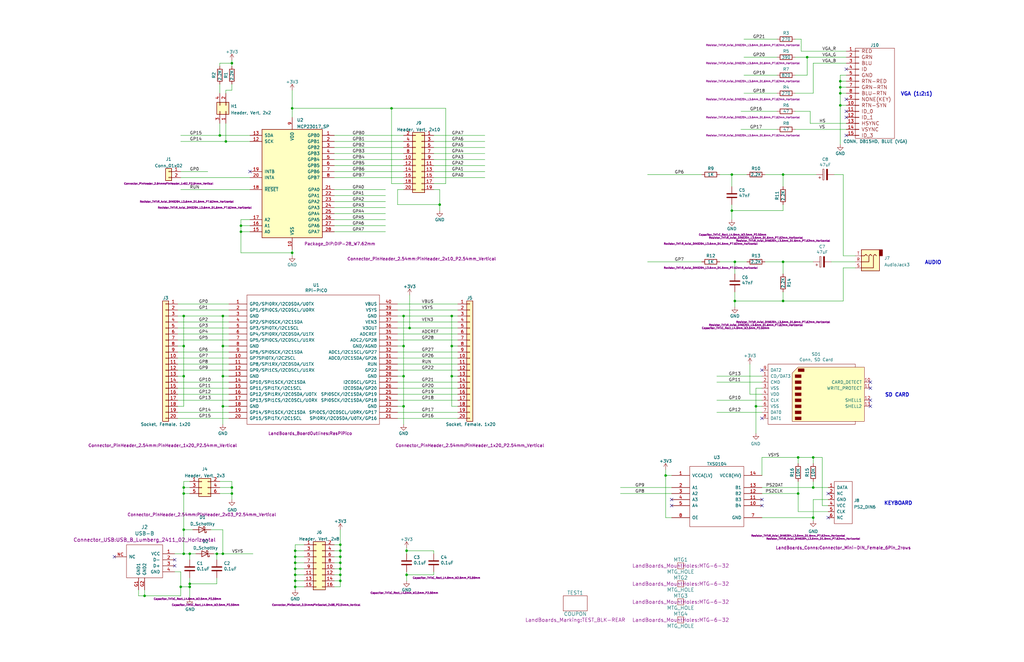
<source format=kicad_sch>
(kicad_sch (version 20211123) (generator eeschema)
  (paper "B")
  (title_block (title "PiPicoMite01") (date "2022-05-15") (rev "1") (company "land-boards.com"))
  (junction (at 124.46 242.57))
  (junction (at 77.47 158.75))
  (junction (at 80.01 246.38))
  (junction (at 143.51 229.87))
  (junction (at 308.61 73.66))
  (junction (at 336.55 193.04))
  (junction (at 143.51 237.49))
  (junction (at 123.19 106.68))
  (junction (at 309.88 110.49))
  (junction (at 93.98 158.75))
  (junction (at 80.01 233.68))
  (junction (at 93.98 133.35))
  (junction (at 76.2 247.65))
  (junction (at 101.6 95.25))
  (junction (at 124.46 237.49))
  (junction (at 190.5 146.05))
  (junction (at 124.46 247.65))
  (junction (at 280.67 200.66))
  (junction (at 97.79 26.67))
  (junction (at 354.33 36.83))
  (junction (at 93.98 233.68))
  (junction (at 318.77 171.45))
  (junction (at 143.51 245.11))
  (junction (at 124.46 232.41))
  (junction (at 93.98 171.45))
  (junction (at 190.5 158.75))
  (junction (at 170.18 133.35))
  (junction (at 309.88 127))
  (junction (at 77.47 223.52))
  (junction (at 172.72 138.43))
  (junction (at 101.6 97.79))
  (junction (at 77.47 146.05))
  (junction (at 77.47 133.35))
  (junction (at 143.51 232.41))
  (junction (at 170.18 171.45))
  (junction (at 91.44 233.68))
  (junction (at 354.33 44.45))
  (junction (at 354.33 39.37))
  (junction (at 330.2 110.49))
  (junction (at 185.42 86.36))
  (junction (at 95.25 59.69))
  (junction (at 342.9 193.04))
  (junction (at 124.46 245.11))
  (junction (at 143.51 234.95))
  (junction (at 123.19 45.72))
  (junction (at 97.79 205.74))
  (junction (at 330.2 73.66))
  (junction (at 190.5 133.35))
  (junction (at 93.98 146.05))
  (junction (at 124.46 234.95))
  (junction (at 60.96 251.46))
  (junction (at 77.47 233.68))
  (junction (at 342.9 218.44))
  (junction (at 171.45 232.41))
  (junction (at 308.61 88.9))
  (junction (at 342.9 205.74))
  (junction (at 143.51 240.03))
  (junction (at 77.47 205.74))
  (junction (at 97.79 208.28))
  (junction (at 143.51 242.57))
  (junction (at 80.01 247.65))
  (junction (at 77.47 208.28))
  (junction (at 170.18 146.05))
  (junction (at 92.71 57.15))
  (junction (at 330.2 127))
  (junction (at 354.33 34.29))
  (junction (at 165.1 45.72))
  (junction (at 171.45 242.57))
  (junction (at 340.36 24.13))
  (junction (at 170.18 158.75))
  (junction (at 336.55 208.28))
  (junction (at 124.46 240.03))
  (no_connect (at 73.66 238.76))
  (no_connect (at 73.66 236.22))
  (no_connect (at 48.26 234.95))
  (no_connect (at 321.31 156.21))
  (no_connect (at 367.03 163.83))
  (no_connect (at 367.03 161.29))
  (no_connect (at 321.31 176.53))
  (no_connect (at 283.21 213.36))
  (no_connect (at 283.21 210.82))
  (no_connect (at 321.31 210.82))
  (no_connect (at 321.31 213.36))
  (no_connect (at 349.25 218.44))
  (no_connect (at 349.25 208.28))
  (no_connect (at 105.41 72.39))
  (no_connect (at 367.03 171.45))
  (no_connect (at 367.03 168.91))
  (no_connect (at 356.87 49.53))
  (no_connect (at 356.87 57.15))
  (no_connect (at 356.87 41.91))
  (no_connect (at 356.87 29.21))
  (no_connect (at 356.87 46.99))
  (wire (pts (xy 77.47 203.2) (xy 80.01 203.2)))
  (wire (pts (xy 77.47 223.52) (xy 77.47 208.28)))
  (wire (pts (xy 96.52 138.43) (xy 74.93 138.43)))
  (wire (pts (xy 96.52 158.75) (xy 93.98 158.75)))
  (wire (pts (xy 93.98 146.05) (xy 93.98 133.35)))
  (wire (pts (xy 91.44 236.22) (xy 91.44 233.68)))
  (wire (pts (xy 93.98 133.35) (xy 96.52 133.35)))
  (wire (pts (xy 92.71 57.15) (xy 105.41 57.15)))
  (wire (pts (xy 318.77 163.83) (xy 318.77 171.45)))
  (wire (pts (xy 140.97 247.65) (xy 143.51 247.65)))
  (wire (pts (xy 327.66 31.75) (xy 313.69 31.75)))
  (wire (pts (xy 193.04 153.67) (xy 167.64 153.67)))
  (wire (pts (xy 346.71 213.36) (xy 346.71 193.04)))
  (wire (pts (xy 165.1 77.47) (xy 170.18 77.47)))
  (wire (pts (xy 124.46 237.49) (xy 124.46 234.95)))
  (wire (pts (xy 330.2 110.49) (xy 330.2 115.57)))
  (wire (pts (xy 336.55 208.28) (xy 336.55 203.2)))
  (wire (pts (xy 96.52 143.51) (xy 74.93 143.51)))
  (wire (pts (xy 77.47 205.74) (xy 77.47 203.2)))
  (wire (pts (xy 261.62 208.28) (xy 283.21 208.28)))
  (wire (pts (xy 140.97 74.93) (xy 170.18 74.93)))
  (wire (pts (xy 316.23 153.67) (xy 316.23 166.37)))
  (wire (pts (xy 91.44 246.38) (xy 91.44 243.84)))
  (wire (pts (xy 356.87 54.61) (xy 335.28 54.61)))
  (wire (pts (xy 97.79 35.56) (xy 97.79 38.1)))
  (wire (pts (xy 185.42 86.36) (xy 185.42 88.9)))
  (wire (pts (xy 351.79 73.66) (xy 355.6 73.66)))
  (wire (pts (xy 182.88 72.39) (xy 204.47 72.39)))
  (wire (pts (xy 124.46 245.11) (xy 128.27 245.11)))
  (wire (pts (xy 167.64 171.45) (xy 170.18 171.45)))
  (wire (pts (xy 97.79 26.67) (xy 97.79 27.94)))
  (wire (pts (xy 349.25 205.74) (xy 342.9 205.74)))
  (wire (pts (xy 92.71 35.56) (xy 92.71 39.37)))
  (wire (pts (xy 124.46 240.03) (xy 128.27 240.03)))
  (wire (pts (xy 185.42 80.01) (xy 182.88 80.01)))
  (wire (pts (xy 349.25 213.36) (xy 346.71 213.36)))
  (wire (pts (xy 124.46 232.41) (xy 128.27 232.41)))
  (wire (pts (xy 171.45 231.14) (xy 171.45 232.41)))
  (wire (pts (xy 190.5 146.05) (xy 190.5 158.75)))
  (wire (pts (xy 193.04 163.83) (xy 167.64 163.83)))
  (wire (pts (xy 355.6 107.95) (xy 355.6 73.66)))
  (wire (pts (xy 354.33 34.29) (xy 354.33 36.83)))
  (wire (pts (xy 97.79 205.74) (xy 97.79 208.28)))
  (wire (pts (xy 101.6 106.68) (xy 101.6 97.79)))
  (wire (pts (xy 92.71 203.2) (xy 97.79 203.2)))
  (wire (pts (xy 171.45 232.41) (xy 182.88 232.41)))
  (wire (pts (xy 76.2 72.39) (xy 87.63 72.39)))
  (wire (pts (xy 97.79 208.28) (xy 97.79 210.82)))
  (wire (pts (xy 140.97 92.71) (xy 162.56 92.71)))
  (wire (pts (xy 124.46 240.03) (xy 124.46 237.49)))
  (wire (pts (xy 193.04 166.37) (xy 167.64 166.37)))
  (wire (pts (xy 167.64 140.97) (xy 193.04 140.97)))
  (wire (pts (xy 92.71 26.67) (xy 97.79 26.67)))
  (wire (pts (xy 60.96 251.46) (xy 76.2 251.46)))
  (wire (pts (xy 330.2 123.19) (xy 330.2 127)))
  (wire (pts (xy 96.52 130.81) (xy 74.93 130.81)))
  (wire (pts (xy 321.31 171.45) (xy 318.77 171.45)))
  (wire (pts (xy 167.64 158.75) (xy 170.18 158.75)))
  (wire (pts (xy 95.25 38.1) (xy 97.79 38.1)))
  (wire (pts (xy 96.52 176.53) (xy 74.93 176.53)))
  (wire (pts (xy 92.71 52.07) (xy 92.71 57.15)))
  (wire (pts (xy 77.47 146.05) (xy 77.47 158.75)))
  (wire (pts (xy 140.97 234.95) (xy 143.51 234.95)))
  (wire (pts (xy 77.47 146.05) (xy 74.93 146.05)))
  (wire (pts (xy 182.88 64.77) (xy 204.47 64.77)))
  (wire (pts (xy 360.68 113.03) (xy 355.6 113.03)))
  (wire (pts (xy 330.2 110.49) (xy 342.9 110.49)))
  (wire (pts (xy 140.97 85.09) (xy 162.56 85.09)))
  (wire (pts (xy 96.52 151.13) (xy 74.93 151.13)))
  (wire (pts (xy 321.31 218.44) (xy 342.9 218.44)))
  (wire (pts (xy 143.51 234.95) (xy 143.51 237.49)))
  (wire (pts (xy 354.33 36.83) (xy 354.33 39.37)))
  (wire (pts (xy 77.47 233.68) (xy 80.01 233.68)))
  (wire (pts (xy 140.97 67.31) (xy 170.18 67.31)))
  (wire (pts (xy 167.64 80.01) (xy 170.18 80.01)))
  (wire (pts (xy 190.5 158.75) (xy 190.5 171.45)))
  (wire (pts (xy 96.52 156.21) (xy 74.93 156.21)))
  (wire (pts (xy 143.51 229.87) (xy 143.51 232.41)))
  (wire (pts (xy 337.82 16.51) (xy 337.82 21.59)))
  (wire (pts (xy 80.01 246.38) (xy 91.44 246.38)))
  (wire (pts (xy 93.98 179.07) (xy 93.98 171.45)))
  (wire (pts (xy 280.67 200.66) (xy 280.67 198.12)))
  (wire (pts (xy 77.47 133.35) (xy 93.98 133.35)))
  (wire (pts (xy 124.46 237.49) (xy 128.27 237.49)))
  (wire (pts (xy 190.5 133.35) (xy 193.04 133.35)))
  (wire (pts (xy 124.46 234.95) (xy 124.46 232.41)))
  (wire (pts (xy 95.25 39.37) (xy 95.25 38.1)))
  (wire (pts (xy 76.2 74.93) (xy 105.41 74.93)))
  (wire (pts (xy 76.2 247.65) (xy 80.01 247.65)))
  (wire (pts (xy 58.42 251.46) (xy 60.96 251.46)))
  (wire (pts (xy 73.66 233.68) (xy 77.47 233.68)))
  (wire (pts (xy 60.96 251.46) (xy 60.96 248.92)))
  (wire (pts (xy 170.18 133.35) (xy 190.5 133.35)))
  (wire (pts (xy 96.52 171.45) (xy 93.98 171.45)))
  (wire (pts (xy 321.31 208.28) (xy 336.55 208.28)))
  (wire (pts (xy 73.66 241.3) (xy 76.2 241.3)))
  (wire (pts (xy 321.31 163.83) (xy 318.77 163.83)))
  (wire (pts (xy 128.27 242.57) (xy 124.46 242.57)))
  (wire (pts (xy 312.42 54.61) (xy 327.66 54.61)))
  (wire (pts (xy 273.05 110.49) (xy 295.91 110.49)))
  (wire (pts (xy 308.61 88.9) (xy 330.2 88.9)))
  (wire (pts (xy 92.71 205.74) (xy 97.79 205.74)))
  (wire (pts (xy 140.97 87.63) (xy 162.56 87.63)))
  (wire (pts (xy 302.26 168.91) (xy 321.31 168.91)))
  (wire (pts (xy 76.2 57.15) (xy 92.71 57.15)))
  (wire (pts (xy 330.2 73.66) (xy 330.2 78.74)))
  (wire (pts (xy 172.72 138.43) (xy 193.04 138.43)))
  (wire (pts (xy 101.6 97.79) (xy 105.41 97.79)))
  (wire (pts (xy 96.52 166.37) (xy 74.93 166.37)))
  (wire (pts (xy 354.33 31.75) (xy 354.33 34.29)))
  (wire (pts (xy 330.2 127) (xy 355.6 127)))
  (wire (pts (xy 80.01 233.68) (xy 82.55 233.68)))
  (wire (pts (xy 273.05 73.66) (xy 295.91 73.66)))
  (wire (pts (xy 91.44 233.68) (xy 93.98 233.68)))
  (wire (pts (xy 354.33 36.83) (xy 356.87 36.83)))
  (wire (pts (xy 96.52 153.67) (xy 74.93 153.67)))
  (wire (pts (xy 354.33 44.45) (xy 356.87 44.45)))
  (wire (pts (xy 96.52 128.27) (xy 74.93 128.27)))
  (wire (pts (xy 93.98 233.68) (xy 106.68 233.68)))
  (wire (pts (xy 93.98 223.52) (xy 88.9 223.52)))
  (wire (pts (xy 356.87 31.75) (xy 354.33 31.75)))
  (wire (pts (xy 165.1 45.72) (xy 187.96 45.72)))
  (wire (pts (xy 193.04 173.99) (xy 167.64 173.99)))
  (wire (pts (xy 335.28 31.75) (xy 340.36 31.75)))
  (wire (pts (xy 123.19 38.1) (xy 123.19 45.72)))
  (wire (pts (xy 101.6 92.71) (xy 105.41 92.71)))
  (wire (pts (xy 140.97 59.69) (xy 170.18 59.69)))
  (wire (pts (xy 172.72 138.43) (xy 172.72 124.46)))
  (wire (pts (xy 140.97 240.03) (xy 143.51 240.03)))
  (wire (pts (xy 280.67 200.66) (xy 280.67 218.44)))
  (wire (pts (xy 322.58 110.49) (xy 330.2 110.49)))
  (wire (pts (xy 190.5 171.45) (xy 193.04 171.45)))
  (wire (pts (xy 95.25 59.69) (xy 105.41 59.69)))
  (wire (pts (xy 140.97 242.57) (xy 143.51 242.57)))
  (wire (pts (xy 170.18 158.75) (xy 170.18 146.05)))
  (wire (pts (xy 124.46 245.11) (xy 124.46 247.65)))
  (wire (pts (xy 76.2 80.01) (xy 105.41 80.01)))
  (wire (pts (xy 167.64 86.36) (xy 185.42 86.36)))
  (wire (pts (xy 140.97 245.11) (xy 143.51 245.11)))
  (wire (pts (xy 77.47 223.52) (xy 81.28 223.52)))
  (wire (pts (xy 280.67 218.44) (xy 283.21 218.44)))
  (wire (pts (xy 76.2 251.46) (xy 76.2 247.65)))
  (wire (pts (xy 140.97 72.39) (xy 170.18 72.39)))
  (wire (pts (xy 171.45 241.3) (xy 171.45 242.57)))
  (wire (pts (xy 309.88 115.57) (xy 309.88 110.49)))
  (wire (pts (xy 342.9 218.44) (xy 342.9 219.71)))
  (wire (pts (xy 330.2 88.9) (xy 330.2 86.36)))
  (wire (pts (xy 193.04 176.53) (xy 167.64 176.53)))
  (wire (pts (xy 182.88 233.68) (xy 182.88 232.41)))
  (wire (pts (xy 96.52 161.29) (xy 74.93 161.29)))
  (wire (pts (xy 143.51 242.57) (xy 143.51 245.11)))
  (wire (pts (xy 355.6 113.03) (xy 355.6 127)))
  (wire (pts (xy 321.31 193.04) (xy 336.55 193.04)))
  (wire (pts (xy 356.87 52.07) (xy 341.63 52.07)))
  (wire (pts (xy 336.55 193.04) (xy 336.55 195.58)))
  (wire (pts (xy 342.9 193.04) (xy 336.55 193.04)))
  (wire (pts (xy 308.61 88.9) (xy 308.61 92.71)))
  (wire (pts (xy 128.27 247.65) (xy 124.46 247.65)))
  (wire (pts (xy 193.04 148.59) (xy 167.64 148.59)))
  (wire (pts (xy 123.19 45.72) (xy 165.1 45.72)))
  (wire (pts (xy 80.01 243.84) (xy 80.01 246.38)))
  (wire (pts (xy 124.46 234.95) (xy 128.27 234.95)))
  (wire (pts (xy 123.19 45.72) (xy 123.19 49.53)))
  (wire (pts (xy 143.51 245.11) (xy 143.51 247.65)))
  (wire (pts (xy 96.52 135.89) (xy 74.93 135.89)))
  (wire (pts (xy 140.97 237.49) (xy 143.51 237.49)))
  (wire (pts (xy 182.88 59.69) (xy 204.47 59.69)))
  (wire (pts (xy 309.88 127) (xy 309.88 129.54)))
  (wire (pts (xy 170.18 171.45) (xy 170.18 158.75)))
  (wire (pts (xy 143.51 223.52) (xy 143.51 229.87)))
  (wire (pts (xy 327.66 46.99) (xy 312.42 46.99)))
  (wire (pts (xy 302.26 173.99) (xy 321.31 173.99)))
  (wire (pts (xy 143.51 237.49) (xy 143.51 240.03)))
  (wire (pts (xy 354.33 39.37) (xy 354.33 44.45)))
  (wire (pts (xy 316.23 166.37) (xy 321.31 166.37)))
  (wire (pts (xy 167.64 128.27) (xy 193.04 128.27)))
  (wire (pts (xy 356.87 24.13) (xy 340.36 24.13)))
  (wire (pts (xy 170.18 146.05) (xy 170.18 133.35)))
  (wire (pts (xy 171.45 232.41) (xy 171.45 233.68)))
  (wire (pts (xy 318.77 171.45) (xy 318.77 182.88)))
  (wire (pts (xy 167.64 130.81) (xy 193.04 130.81)))
  (wire (pts (xy 342.9 210.82) (xy 342.9 218.44)))
  (wire (pts (xy 123.19 106.68) (xy 123.19 107.95)))
  (wire (pts (xy 193.04 143.51) (xy 167.64 143.51)))
  (wire (pts (xy 171.45 242.57) (xy 171.45 245.11)))
  (wire (pts (xy 302.26 158.75) (xy 321.31 158.75)))
  (wire (pts (xy 123.19 106.68) (xy 101.6 106.68)))
  (wire (pts (xy 193.04 156.21) (xy 167.64 156.21)))
  (wire (pts (xy 193.04 168.91) (xy 167.64 168.91)))
  (wire (pts (xy 303.53 110.49) (xy 309.88 110.49)))
  (wire (pts (xy 140.97 232.41) (xy 143.51 232.41)))
  (wire (pts (xy 336.55 215.9) (xy 336.55 208.28)))
  (wire (pts (xy 321.31 205.74) (xy 342.9 205.74)))
  (wire (pts (xy 354.33 44.45) (xy 354.33 60.96)))
  (wire (pts (xy 74.93 133.35) (xy 77.47 133.35)))
  (wire (pts (xy 140.97 80.01) (xy 162.56 80.01)))
  (wire (pts (xy 309.88 127) (xy 330.2 127)))
  (wire (pts (xy 346.71 193.04) (xy 342.9 193.04)))
  (wire (pts (xy 167.64 135.89) (xy 193.04 135.89)))
  (wire (pts (xy 303.53 73.66) (xy 308.61 73.66)))
  (wire (pts (xy 140.97 69.85) (xy 170.18 69.85)))
  (wire (pts (xy 124.46 242.57) (xy 124.46 245.11)))
  (wire (pts (xy 335.28 24.13) (xy 340.36 24.13)))
  (wire (pts (xy 77.47 158.75) (xy 74.93 158.75)))
  (wire (pts (xy 123.19 105.41) (xy 123.19 106.68)))
  (wire (pts (xy 96.52 140.97) (xy 74.93 140.97)))
  (wire (pts (xy 77.47 208.28) (xy 80.01 208.28)))
  (wire (pts (xy 167.64 146.05) (xy 170.18 146.05)))
  (wire (pts (xy 185.42 86.36) (xy 185.42 80.01)))
  (wire (pts (xy 101.6 95.25) (xy 101.6 92.71)))
  (wire (pts (xy 92.71 27.94) (xy 92.71 26.67)))
  (wire (pts (xy 93.98 158.75) (xy 93.98 146.05)))
  (wire (pts (xy 96.52 163.83) (xy 74.93 163.83)))
  (wire (pts (xy 167.64 138.43) (xy 172.72 138.43)))
  (wire (pts (xy 170.18 133.35) (xy 167.64 133.35)))
  (wire (pts (xy 342.9 193.04) (xy 342.9 195.58)))
  (wire (pts (xy 140.97 57.15) (xy 170.18 57.15)))
  (wire (pts (xy 308.61 78.74) (xy 308.61 73.66)))
  (wire (pts (xy 96.52 148.59) (xy 74.93 148.59)))
  (wire (pts (xy 308.61 73.66) (xy 314.96 73.66)))
  (wire (pts (xy 140.97 64.77) (xy 170.18 64.77)))
  (wire (pts (xy 283.21 200.66) (xy 280.67 200.66)))
  (wire (pts (xy 140.97 82.55) (xy 162.56 82.55)))
  (wire (pts (xy 360.68 107.95) (xy 355.6 107.95)))
  (wire (pts (xy 342.9 39.37) (xy 335.28 39.37)))
  (wire (pts (xy 76.2 241.3) (xy 76.2 247.65)))
  (wire (pts (xy 182.88 69.85) (xy 204.47 69.85)))
  (wire (pts (xy 342.9 26.67) (xy 342.9 39.37)))
  (wire (pts (xy 327.66 39.37) (xy 313.69 39.37)))
  (wire (pts (xy 327.66 16.51) (xy 313.69 16.51)))
  (wire (pts (xy 308.61 86.36) (xy 308.61 88.9)))
  (wire (pts (xy 76.2 59.69) (xy 95.25 59.69)))
  (wire (pts (xy 124.46 229.87) (xy 128.27 229.87)))
  (wire (pts (xy 337.82 21.59) (xy 356.87 21.59)))
  (wire (pts (xy 341.63 46.99) (xy 341.63 52.07)))
  (wire (pts (xy 96.52 146.05) (xy 93.98 146.05)))
  (wire (pts (xy 124.46 232.41) (xy 124.46 229.87)))
  (wire (pts (xy 143.51 240.03) (xy 143.51 242.57)))
  (wire (pts (xy 96.52 168.91) (xy 74.93 168.91)))
  (wire (pts (xy 182.88 241.3) (xy 182.88 242.57)))
  (wire (pts (xy 167.64 86.36) (xy 167.64 80.01)))
  (wire (pts (xy 124.46 247.65) (xy 124.46 248.92)))
  (wire (pts (xy 101.6 95.25) (xy 105.41 95.25)))
  (wire (pts (xy 190.5 158.75) (xy 193.04 158.75)))
  (wire (pts (xy 335.28 46.99) (xy 341.63 46.99)))
  (wire (pts (xy 101.6 97.79) (xy 101.6 95.25)))
  (wire (pts (xy 187.96 45.72) (xy 187.96 77.47)))
  (wire (pts (xy 350.52 110.49) (xy 360.68 110.49)))
  (wire (pts (xy 354.33 34.29) (xy 356.87 34.29)))
  (wire (pts (xy 309.88 110.49) (xy 314.96 110.49)))
  (wire (pts (xy 77.47 171.45) (xy 74.93 171.45)))
  (wire (pts (xy 90.17 233.68) (xy 91.44 233.68)))
  (wire (pts (xy 95.25 52.07) (xy 95.25 59.69)))
  (wire (pts (xy 193.04 161.29) (xy 167.64 161.29)))
  (wire (pts (xy 187.96 77.47) (xy 182.88 77.47)))
  (wire (pts (xy 309.88 123.19) (xy 309.88 127)))
  (wire (pts (xy 77.47 208.28) (xy 77.47 205.74)))
  (wire (pts (xy 170.18 179.07) (xy 170.18 171.45)))
  (wire (pts (xy 356.87 26.67) (xy 342.9 26.67)))
  (wire (pts (xy 327.66 24.13) (xy 313.69 24.13)))
  (wire (pts (xy 322.58 73.66) (xy 330.2 73.66)))
  (wire (pts (xy 261.62 205.74) (xy 283.21 205.74)))
  (wire (pts (xy 182.88 74.93) (xy 204.47 74.93)))
  (wire (pts (xy 349.25 215.9) (xy 336.55 215.9)))
  (wire (pts (xy 143.51 232.41) (xy 143.51 234.95)))
  (wire (pts (xy 80.01 246.38) (xy 80.01 247.65)))
  (wire (pts (xy 140.97 95.25) (xy 162.56 95.25)))
  (wire (pts (xy 58.42 248.92) (xy 58.42 251.46)))
  (wire (pts (xy 97.79 25.4) (xy 97.79 26.67)))
  (wire (pts (xy 77.47 205.74) (xy 80.01 205.74)))
  (wire (pts (xy 302.26 161.29) (xy 321.31 161.29)))
  (wire (pts (xy 182.88 57.15) (xy 204.47 57.15)))
  (wire (pts (xy 80.01 247.65) (xy 80.01 252.73)))
  (wire (pts (xy 140.97 90.17) (xy 162.56 90.17)))
  (wire (pts (xy 80.01 233.68) (xy 80.01 236.22)))
  (wire (pts (xy 349.25 210.82) (xy 342.9 210.82)))
  (wire (pts (xy 171.45 242.57) (xy 182.88 242.57)))
  (wire (pts (xy 93.98 171.45) (xy 93.98 158.75)))
  (wire (pts (xy 321.31 193.04) (xy 321.31 200.66)))
  (wire (pts (xy 190.5 146.05) (xy 193.04 146.05)))
  (wire (pts (xy 193.04 151.13) (xy 167.64 151.13)))
  (wire (pts (xy 77.47 158.75) (xy 77.47 171.45)))
  (wire (pts (xy 335.28 16.51) (xy 337.82 16.51)))
  (wire (pts (xy 182.88 67.31) (xy 204.47 67.31)))
  (wire (pts (xy 340.36 31.75) (xy 340.36 24.13)))
  (wire (pts (xy 77.47 233.68) (xy 77.47 223.52)))
  (wire (pts (xy 96.52 173.99) (xy 74.93 173.99)))
  (wire (pts (xy 330.2 73.66) (xy 344.17 73.66)))
  (wire (pts (xy 354.33 39.37) (xy 356.87 39.37)))
  (wire (pts (xy 97.79 203.2) (xy 97.79 205.74)))
  (wire (pts (xy 92.71 208.28) (xy 97.79 208.28)))
  (wire (pts (xy 190.5 133.35) (xy 190.5 146.05)))
  (wire (pts (xy 77.47 133.35) (xy 77.47 146.05)))
  (wire (pts (xy 93.98 233.68) (xy 93.98 223.52)))
  (wire (pts (xy 140.97 229.87) (xy 143.51 229.87)))
  (wire (pts (xy 140.97 97.79) (xy 162.56 97.79)))
  (wire (pts (xy 165.1 45.72) (xy 165.1 77.47)))
  (wire (pts (xy 342.9 205.74) (xy 342.9 203.2)))
  (wire (pts (xy 140.97 62.23) (xy 170.18 62.23)))
  (wire (pts (xy 182.88 62.23) (xy 204.47 62.23)))
  (wire (pts (xy 124.46 240.03) (xy 124.46 242.57)))
  (text "KEYBOARD" (at 384.81 213.36 180) (effects (font (size 1.524 1.524) (thickness 0.3048) bold) (justify right bottom)))
  (text "AUDIO" (at 389.89 111.76 0) (effects (font (size 1.524 1.524) (thickness 0.3048) bold) (justify left bottom)))
  (text "VGA (1:2:1)" (at 379.73 40.64 0) (effects (font (size 1.524 1.524) (thickness 0.3048) bold) (justify left bottom)))
  (text "SD CARD" (at 383.54 167.64 180) (effects (font (size 1.524 1.524) (thickness 0.3048) bold) (justify right bottom)))
  (label "GP18" (at 177.8 168.91 0))
  (label "GPA6" (at 148.59 95.25 0))
  (label "GP4" (at 83.82 140.97 0))
  (label "RUN" (at 177.8 153.67 0))
  (label "GPB2" (at 148.59 62.23 0))
  (label "GP0" (at 83.82 128.27 0))
  (label "GP10" (at 83.82 161.29 0))
  (label "GP7" (at 83.82 151.13 0))
  (label "GP19" (at 317.5 31.75 0))
  (label "GP27" (at 177.8 148.59 0))
  (label "GP3" (at 83.82 138.43 0))
  (label "GPB3" (at 148.59 64.77 0))
  (label "GPA2" (at 148.59 85.09 0))
  (label "GPB6" (at 148.59 72.39 0))
  (label "GP0" (at 80.01 72.39 0))
  (label "GPA0" (at 148.59 80.01 0))
  (label "VSYS" (at 97.79 233.68 0))
  (label "GPA7" (at 190.5 57.15 0))
  (label "VBUS" (at 177.8 128.27 0))
  (label "GPA6" (at 190.5 59.69 0))
  (label "GPB1" (at 148.59 59.69 0))
  (label "GP20" (at 177.8 163.83 0))
  (label "GP14" (at 80.01 59.69 0))
  (label "GP6" (at 284.48 73.66 0))
  (label "VSYS" (at 323.85 193.04 0))
  (label "VGA_G" (at 346.71 24.13 0))
  (label "GP13" (at 312.42 158.75 180))
  (label "GP16" (at 177.8 176.53 0))
  (label "GP18" (at 317.5 39.37 0))
  (label "GP2" (at 83.82 135.89 0))
  (label "GPA5" (at 148.59 92.71 0))
  (label "GP15" (at 83.82 176.53 0))
  (label "GP17" (at 316.23 54.61 0))
  (label "GP12" (at 312.42 173.99 180))
  (label "PS2CLK" (at 330.2 208.28 180))
  (label "VGA_R" (at 346.71 21.59 0))
  (label "ADCREF" (at 177.8 140.97 0))
  (label "GPA7" (at 148.59 97.79 0))
  (label "GP1" (at 83.82 130.81 0))
  (label "GPA4" (at 190.5 64.77 0))
  (label "GPA1" (at 148.59 82.55 0))
  (label "RUN" (at 80.01 80.01 0))
  (label "GP17" (at 177.8 173.99 0))
  (label "GPA4" (at 148.59 90.17 0))
  (label "GP7" (at 284.48 110.49 0))
  (label "GP19" (at 177.8 166.37 0))
  (label "GPA3" (at 190.5 67.31 0))
  (label "GPA5" (at 190.5 62.23 0))
  (label "GP20" (at 317.5 24.13 0))
  (label "GPA2" (at 190.5 69.85 0))
  (label "GP12" (at 83.82 166.37 0))
  (label "GP28" (at 177.8 143.51 0))
  (label "GPB7" (at 148.59 74.93 0))
  (label "GP5" (at 83.82 143.51 0))
  (label "GP9" (at 271.78 205.74 180))
  (label "GPB5" (at 148.59 69.85 0))
  (label "GP21" (at 177.8 161.29 0))
  (label "GP11" (at 83.82 163.83 0))
  (label "GPA1" (at 190.5 72.39 0))
  (label "GPB0" (at 148.59 57.15 0))
  (label "GPA0" (at 190.5 74.93 0))
  (label "GPB4" (at 148.59 67.31 0))
  (label "GP10" (at 312.42 168.91 180))
  (label "GP16" (at 316.23 46.99 0))
  (label "GP14" (at 83.82 173.99 0))
  (label "PS2DAT" (at 330.2 205.74 180))
  (label "GP8" (at 83.82 153.67 0))
  (label "GP11" (at 312.42 161.29 180))
  (label "GP21" (at 317.5 16.51 0))
  (label "GP13" (at 83.82 168.91 0))
  (label "GP9" (at 83.82 156.21 0))
  (label "GP15" (at 80.01 57.15 0))
  (label "GPA3" (at 148.59 87.63 0))
  (label "VGA_B" (at 346.71 26.67 0))
  (label "GP6" (at 83.82 148.59 0))
  (label "VSYS" (at 177.8 130.81 0))
  (label "GP8" (at 271.78 208.28 180))
  (label "HS" (at 345.44 52.07 0))
  (label "VEN3" (at 177.8 135.89 0))
  (label "GP22" (at 177.8 156.21 0))
  (label "GP26" (at 177.8 151.13 0))
  (label "VS" (at 345.44 54.61 0))
  (symbol (lib_id "LandBoards:MTG_HOLE") (at 287.02 254 0) (unit 1)
    (property "Reference" "MTG3" (at 287.02 251.46 0) (effects (font (size 1.524 1.524))))
    (property "Value" "MTG_HOLE" (at 287.02 256.54 0) (effects (font (size 1.524 1.524))))
    (property "Footprint" "LandBoards_MountHoles:MTG-6-32" (at 287.02 254 0) (effects (font (size 1.524 1.524))))
  )
  (symbol (lib_id "LandBoards:MTG_HOLE") (at 287.02 246.38 0) (unit 1)
    (property "Reference" "MTG2" (at 287.02 243.84 0) (effects (font (size 1.524 1.524))))
    (property "Value" "MTG_HOLE" (at 287.02 248.92 0) (effects (font (size 1.524 1.524))))
    (property "Footprint" "LandBoards_MountHoles:MTG-6-32" (at 287.02 246.38 0) (effects (font (size 1.524 1.524))))
  )
  (symbol (lib_id "LandBoards:MTG_HOLE") (at 287.02 261.62 0) (unit 1)
    (property "Reference" "MTG4" (at 287.02 259.08 0) (effects (font (size 1.524 1.524))))
    (property "Value" "MTG_HOLE" (at 287.02 264.16 0) (effects (font (size 1.524 1.524))))
    (property "Footprint" "LandBoards_MountHoles:MTG-6-32" (at 287.02 261.62 0) (effects (font (size 1.524 1.524))))
  )
  (symbol (lib_id "LandBoards:MTG_HOLE") (at 287.02 238.76 0) (unit 1)
    (property "Reference" "MTG1" (at 287.02 236.22 0) (effects (font (size 1.524 1.524))))
    (property "Value" "MTG_HOLE" (at 287.02 241.3 0) (effects (font (size 1.524 1.524))))
    (property "Footprint" "LandBoards_MountHoles:MTG-6-32" (at 287.02 238.76 0) (effects (font (size 1.524 1.524))))
  )
  (symbol (lib_id "LandBoards:COUPON") (at 242.57 257.81 0) (unit 1)
    (property "Reference" "TEST1" (at 242.57 250.19 0) (effects (font (size 1.524 1.524))))
    (property "Value" "COUPON" (at 242.57 259.08 0) (effects (font (size 1.524 1.524))))
    (property "Footprint" "LandBoards_Marking:TEST_BLK-REAR" (at 242.57 261.62 0) (effects (font (size 1.524 1.524))))
  )
  (symbol (lib_id "power:GND") (at 93.98 179.07 0) (unit 1)
    (property "Reference" "#PWR04" (effects hide))
    (property "Value" "GND" (at 93.98 182.88 0))
  )
  (symbol (lib_id "power:GND") (at 124.46 248.92 0) (unit 1)
    (property "Reference" "#PWR012" (effects hide))
    (property "Value" "GND" (at 124.46 252.73 0))
  )
  (symbol (lib_id "power:+3.3V") (at 143.51 223.52 0) (unit 1)
    (property "Reference" "#PWR015" (effects hide))
    (property "Value" "+3.3V" (at 143.51 219.964 0))
  )
  (symbol (lib_id "Device:C") (at 171.45 237.49 0) (unit 1)
    (property "Reference" "C3" (at 174.371 235.1786 0) (effects (justify left)))
    (property "Value" "0.1uF" (at 174.371 237.49 0) (effects (justify left)))
    (property "Footprint" "Capacitor_THT:C_Rect_L4.0mm_W2.5mm_P2.50mm" (at 156.21 250.19 0) (effects (font (size 0.762 0.762)) (justify left)))
  )
  (symbol (lib_id "Device:C") (at 182.88 237.49 0) (unit 1)
    (property "Reference" "C4" (at 185.801 235.1786 0) (effects (justify left)))
    (property "Value" "0.1uF" (at 185.801 237.49 0) (effects (justify left)))
    (property "Footprint" "Capacitor_THT:C_Rect_L4.0mm_W2.5mm_P2.50mm" (at 173.99 243.84 0) (effects (font (size 0.762 0.762)) (justify left)))
  )
  (symbol (lib_id "power:GND") (at 170.18 179.07 0) (unit 1)
    (property "Reference" "#PWR09" (effects hide))
    (property "Value" "GND" (at 170.18 182.88 0))
  )
  (symbol (lib_id "power:GND") (at 171.45 245.11 0) (unit 1)
    (property "Reference" "#PWR07" (effects hide))
    (property "Value" "GND" (at 171.45 248.92 0))
  )
  (symbol (lib_id "power:+3.3V") (at 171.45 231.14 0) (unit 1)
    (property "Reference" "#PWR06" (effects hide))
    (property "Value" "+3.3V" (at 171.45 227.584 0))
  )
  (symbol (lib_id "LandBoards_Conns:VGA") (at 368.3 39.37 0) (unit 1)
    (property "Reference" "J10" (at 367.03 19.05 0) (effects (justify left)))
    (property "Value" "CONN, DB15HD, BLUE (VGA)" (at 355.6 59.69 0) (effects (justify left)))
    (property "Footprint" "LandBoards_Conns:DB_15F-VGA-fixed" (effects hide))
  )
  (symbol (lib_id "Device:R") (at 331.47 16.51 270) (unit 1)
    (property "Reference" "R3" (at 331.47 13.97 90))
    (property "Value" "270" (at 331.47 16.51 90))
    (property "Footprint" "Resistor_THT:R_Axial_DIN0204_L3.6mm_D1.6mm_P7.62mm_Horizontal" (at 317.5 19.05 90) (effects (font (size 0.762 0.762))))
  )
  (symbol (lib_id "power:GND") (at 354.33 60.96 0) (unit 1)
    (property "Reference" "#PWR019" (effects hide))
    (property "Value" "GND" (at 354.33 64.77 0))
  )
  (symbol (lib_id "Device:R") (at 299.72 110.49 270) (unit 1)
    (property "Reference" "R12" (at 299.72 107.95 90))
    (property "Value" "1K" (at 299.72 110.49 90))
    (property "Footprint" "Resistor_THT:R_Axial_DIN0204_L3.6mm_D1.6mm_P7.62mm_Horizontal" (at 299.72 113.03 90) (effects (font (size 0.762 0.762))))
  )
  (symbol (lib_id "Device:C") (at 309.88 119.38 0) (unit 1)
    (property "Reference" "C6" (at 312.801 117.0686 0) (effects (justify left)))
    (property "Value" "47nF" (at 312.801 119.38 0) (effects (justify left)))
    (property "Footprint" "Capacitor_THT:C_Rect_L4.0mm_W2.5mm_P2.50mm" (at 295.91 138.43 0) (effects (font (size 0.762 0.762)) (justify left)))
  )
  (symbol (lib_id "power:GND") (at 309.88 129.54 0) (unit 1)
    (property "Reference" "#PWR018" (effects hide))
    (property "Value" "GND" (at 309.88 133.35 0))
  )
  (symbol (lib_id "Device:C_Polarized") (at 346.71 110.49 90) (unit 1)
    (property "Reference" "C7" (at 346.71 104.0892 90))
    (property "Value" "47uF" (at 346.71 106.4006 90))
    (property "Footprint" "Capacitor_THT:CP_Radial_D5.0mm_P2.50mm" (effects hide))
  )
  (symbol (lib_id "PiPico-01-rescue:SD_Card-Connector-ESP32-VGA-rescue") (at 344.17 166.37 0) (unit 1)
    (property "Reference" "SD1" (at 344.17 149.479 0))
    (property "Value" "Conn, SD Card" (at 344.17 151.7904 0))
    (property "Footprint" "LandBoards_Conns:SD_CARD" (effects hide))
    (property "Datasheet" "http://portal.fciconnect.com/Comergent//fci/drawing/10067847.pdf" (effects hide))
  )
  (symbol (lib_id "power:GND") (at 318.77 182.88 0) (mirror y) (unit 1)
    (property "Reference" "#PWR01" (effects hide))
    (property "Value" "GND" (at 318.643 187.2742 0))
  )
  (symbol (lib_id "power:+3.3V") (at 172.72 124.46 0) (unit 1)
    (property "Reference" "#PWR010" (effects hide))
    (property "Value" "+3.3V" (at 172.72 120.904 0))
  )
  (symbol (lib_id "power:+3.3V") (at 316.23 153.67 0) (mirror y) (unit 1)
    (property "Reference" "#PWR03" (effects hide))
    (property "Value" "+3.3V" (at 316.23 150.114 0))
  )
  (symbol (lib_id "power:GND") (at 80.01 252.73 0) (unit 1)
    (property "Reference" "#PWR02" (effects hide))
    (property "Value" "GND" (at 80.137 257.1242 0))
  )
  (symbol (lib_id "Device:C") (at 80.01 240.03 0) (unit 1)
    (property "Reference" "C1" (at 82.931 237.7186 0) (effects (justify left)))
    (property "Value" "0.1uF" (at 82.931 240.03 0) (effects (justify left)))
    (property "Footprint" "Capacitor_THT:C_Rect_L4.0mm_W2.5mm_P2.50mm" (at 64.77 252.73 0) (effects (font (size 0.762 0.762)) (justify left)))
  )
  (symbol (lib_id "Device:C") (at 91.44 240.03 0) (unit 1)
    (property "Reference" "C2" (at 94.361 237.7186 0) (effects (justify left)))
    (property "Value" "0.1uF" (at 94.361 240.03 0) (effects (justify left)))
    (property "Footprint" "Capacitor_THT:C_Rect_L4.0mm_W2.5mm_P2.50mm" (at 72.39 255.27 0) (effects (font (size 0.762 0.762)) (justify left)))
  )
  (symbol (lib_id "LandBoards_Semis:RPi-PICO") (at 133.35 149.86 0) (unit 1)
    (property "Reference" "U1" (at 133.35 120.269 0))
    (property "Value" "RPi-PICO" (at 133.35 122.5804 0))
    (property "Footprint" "LandBoards_BoardOutlines:RasPiPico" (at 130.81 182.88 0))
    (property "Datasheet" "DOCUMENTATION" (effects hide))
  )
  (symbol (lib_id "Device:R") (at 331.47 31.75 270) (unit 1)
    (property "Reference" "R7" (at 331.47 29.21 90))
    (property "Value" "820" (at 331.47 31.75 90))
    (property "Footprint" "Resistor_THT:R_Axial_DIN0204_L3.6mm_D1.6mm_P7.62mm_Horizontal" (at 317.5 34.29 90) (effects (font (size 0.762 0.762))))
  )
  (symbol (lib_id "Device:R") (at 331.47 24.13 270) (unit 1)
    (property "Reference" "R5" (at 331.47 21.59 90))
    (property "Value" "390" (at 331.47 24.13 90))
    (property "Footprint" "Resistor_THT:R_Axial_DIN0204_L3.6mm_D1.6mm_P7.62mm_Horizontal" (at 317.5 26.67 90) (effects (font (size 0.762 0.762))))
  )
  (symbol (lib_id "Device:R") (at 331.47 39.37 270) (unit 1)
    (property "Reference" "R4" (at 331.47 36.83 90))
    (property "Value" "270" (at 331.47 39.37 90))
    (property "Footprint" "Resistor_THT:R_Axial_DIN0204_L3.6mm_D1.6mm_P7.62mm_Horizontal" (at 317.5 41.91 90) (effects (font (size 0.762 0.762))))
  )
  (symbol (lib_id "Device:R") (at 331.47 46.99 270) (unit 1)
    (property "Reference" "R6" (at 331.47 44.45 90))
    (property "Value" "47" (at 331.47 46.99 90))
    (property "Footprint" "Resistor_THT:R_Axial_DIN0204_L3.6mm_D1.6mm_P7.62mm_Horizontal" (at 317.5 49.53 90) (effects (font (size 0.762 0.762))))
  )
  (symbol (lib_id "Device:R") (at 331.47 54.61 270) (unit 1)
    (property "Reference" "R8" (at 331.47 52.07 90))
    (property "Value" "47" (at 331.47 54.61 90))
    (property "Footprint" "Resistor_THT:R_Axial_DIN0204_L3.6mm_D1.6mm_P7.62mm_Horizontal" (at 317.5 57.15 90) (effects (font (size 0.762 0.762))))
  )
  (symbol (lib_id "LandBoards_Conns:USB-B") (at 62.23 247.65 0) (unit 1)
    (property "Reference" "J2" (at 60.96 222.4278 0) (effects (font (size 1.524 1.524))))
    (property "Value" "USB-B" (at 60.96 225.1202 0) (effects (font (size 1.524 1.524))))
    (property "Footprint" "Connector_USB:USB_B_Lumberg_2411_02_Horizontal" (at 60.96 227.8126 0) (effects (font (size 1.524 1.524))))
  )
  (symbol (lib_id "power:+3.3V") (at 97.79 25.4 0) (unit 1)
    (property "Reference" "#PWR08" (effects hide))
    (property "Value" "+3.3V" (at 97.79 21.844 0))
  )
  (symbol (lib_id "power:+3.3V") (at 123.19 38.1 0) (unit 1)
    (property "Reference" "#PWR013" (effects hide))
    (property "Value" "+3.3V" (at 123.19 34.544 0))
  )
  (symbol (lib_id "Device:D_Schottky") (at 86.36 233.68 180) (unit 1)
    (property "Reference" "D2" (at 86.6775 228.4435 0))
    (property "Value" "D_Schottky" (at 86.6775 231.2186 0))
    (property "Footprint" "Diode_THT:D_DO-201AD_P12.70mm_Horizontal" (effects hide))
  )
  (symbol (lib_id "Connector_Generic:Conn_02x02_Odd_Even") (at 95.25 46.99 270) (mirror x) (unit 1)
    (property "Reference" "H1" (at 97.282 44.8115 90) (effects (justify left)))
    (property "Value" "Header, Vert, 2x2" (at 97.282 47.5866 90) (effects (justify left)))
    (property "Footprint" "Connector_PinHeader_2.54mm:PinHeader_2x02_P2.54mm_Vertical" (effects hide))
  )
  (symbol (lib_id "Device:R") (at 318.77 110.49 270) (unit 1)
    (property "Reference" "R13" (at 318.77 107.95 90))
    (property "Value" "2.2K" (at 318.77 110.49 90))
    (property "Footprint" "Resistor_THT:R_Axial_DIN0204_L3.6mm_D1.6mm_P7.62mm_Horizontal" (at 318.77 137.16 90) (effects (font (size 0.762 0.762))))
  )
  (symbol (lib_id "Connector:AudioJack3") (at 365.76 110.49 180) (unit 1)
    (property "Reference" "J7" (at 372.872 108.9465 0) (effects (justify right)))
    (property "Value" "AudioJack3" (at 372.872 111.7216 0) (effects (justify right)))
    (property "Footprint" "LandBoards_Conns:Jack_3.5mm_CUI_SJ1-3523N_Horizontal" (effects hide))
  )
  (symbol (lib_id "Device:C_Polarized") (at 347.98 73.66 90) (unit 1)
    (property "Reference" "C8" (at 347.98 67.2592 90))
    (property "Value" "47uF" (at 347.98 69.5706 90))
    (property "Footprint" "Capacitor_THT:CP_Radial_D5.0mm_P2.50mm" (effects hide))
  )
  (symbol (lib_id "Connector_Generic:Conn_02x08_Odd_Even") (at 133.35 237.49 0) (unit 1)
    (property "Reference" "J6" (at 134.62 224.6335 0))
    (property "Value" "Header, Vert, 2x8" (at 134.62 227.4086 0))
    (property "Footprint" "Connector_PinSocket_2.54mm:PinSocket_2x08_P2.54mm_Vertical" (at 133.35 255.27 0) (effects (font (size 0.762 0.762))))
  )
  (symbol (lib_id "Connector_Generic:Conn_01x02") (at 71.12 72.39 0) (mirror y) (unit 1)
    (property "Reference" "J1" (at 71.12 67.1535 0))
    (property "Value" "Conn_01x02" (at 71.12 69.9286 0))
    (property "Footprint" "Connector_PinHeader_2.54mm:PinHeader_1x02_P2.54mm_Vertical" (at 71.12 77.47 0) (effects (font (size 0.762 0.762))))
  )
  (symbol (lib_id "power:GND") (at 185.42 88.9 0) (unit 1)
    (property "Reference" "#PWR016" (effects hide))
    (property "Value" "GND" (at 185.42 92.71 0))
  )
  (symbol (lib_id "power:GND") (at 342.9 219.71 0) (unit 1)
    (property "Reference" "#PWR020" (effects hide))
    (property "Value" "GND" (at 342.9 224.2725 0))
  )
  (symbol (lib_id "Device:R") (at 299.72 73.66 270) (unit 1)
    (property "Reference" "R9" (at 299.72 71.12 90))
    (property "Value" "1K" (at 299.72 73.66 90))
    (property "Footprint" "Resistor_THT:R_Axial_DIN0204_L3.6mm_D1.6mm_P7.62mm_Horizontal" (at 299.72 102.87 90) (effects (font (size 0.762 0.762))))
  )
  (symbol (lib_id "LandBoards_Semis:TXS0104") (at 302.26 209.55 0) (unit 1)
    (property "Reference" "U3" (at 302.26 193.0105 0))
    (property "Value" "TXS0104" (at 302.26 195.7856 0))
    (property "Footprint" "Package_SO:SOIC-14_3.9x8.7mm_P1.27mm" (effects hide))
    (property "Datasheet" "DOCUMENTATION" (effects hide))
  )
  (symbol (lib_id "power:GND") (at 308.61 92.71 0) (unit 1)
    (property "Reference" "#PWR017" (effects hide))
    (property "Value" "GND" (at 308.61 96.52 0))
  )
  (symbol (lib_id "Device:D_Schottky") (at 85.09 223.52 180) (unit 1)
    (property "Reference" "D1" (at 85.4075 218.2835 0))
    (property "Value" "D_Schottky" (at 85.4075 221.0586 0))
    (property "Footprint" "Diode_SMD:D_SOD-123" (effects hide))
  )
  (symbol (lib_id "Device:R") (at 330.2 82.55 0) (unit 1)
    (property "Reference" "R11" (at 327.66 82.55 90))
    (property "Value" "2.2K" (at 330.2 82.55 90))
    (property "Footprint" "Resistor_THT:R_Axial_DIN0204_L3.6mm_D1.6mm_P7.62mm_Horizontal" (at 330.2 101.6 0) (effects (font (size 0.762 0.762))))
  )
  (symbol (lib_id "Device:R") (at 97.79 31.75 0) (unit 1)
    (property "Reference" "R1" (at 95.25 31.75 90))
    (property "Value" "2.2K" (at 97.79 31.75 90))
    (property "Footprint" "Resistor_THT:R_Axial_DIN0204_L3.6mm_D1.6mm_P7.62mm_Horizontal" (at 86.36 87.63 0) (effects (font (size 0.762 0.762))))
  )
  (symbol (lib_id "Device:R") (at 92.71 31.75 0) (unit 1)
    (property "Reference" "R2" (at 90.17 31.75 90))
    (property "Value" "2.2K" (at 92.71 31.75 90))
    (property "Footprint" "Resistor_THT:R_Axial_DIN0204_L3.6mm_D1.6mm_P7.62mm_Horizontal" (at 78.74 85.09 0) (effects (font (size 0.762 0.762))))
  )
  (symbol (lib_id "power:+3.3V") (at 280.67 198.12 0) (mirror y) (unit 1)
    (property "Reference" "#PWR021" (effects hide))
    (property "Value" "+3.3V" (at 280.67 194.564 0))
  )
  (symbol (lib_id "Device:R") (at 330.2 119.38 180) (unit 1)
    (property "Reference" "R14" (at 332.74 119.38 90))
    (property "Value" "2.2K" (at 330.2 119.38 90))
    (property "Footprint" "Resistor_THT:R_Axial_DIN0204_L3.6mm_D1.6mm_P7.62mm_Horizontal" (at 330.2 135.89 0) (effects (font (size 0.762 0.762))))
  )
  (symbol (lib_id "Device:C") (at 308.61 82.55 0) (unit 1)
    (property "Reference" "C5" (at 311.531 80.2386 0) (effects (justify left)))
    (property "Value" "47nF" (at 311.531 82.55 0) (effects (justify left)))
    (property "Footprint" "Capacitor_THT:C_Rect_L4.0mm_W2.5mm_P2.50mm" (at 294.64 99.06 0) (effects (font (size 0.762 0.762)) (justify left)))
  )
  (symbol (lib_id "Connector_Generic:Conn_02x03_Odd_Even") (at 85.09 205.74 0) (unit 1)
    (property "Reference" "J4" (at 86.36 197.9635 0))
    (property "Value" "Header, Vert, 2x3" (at 86.36 200.7386 0))
    (property "Footprint" "Connector_PinHeader_2.54mm:PinHeader_2x03_P2.54mm_Vertical" (at 85.09 217.17 0))
  )
  (symbol (lib_id "Connector_Generic:Conn_01x20") (at 69.85 151.13 0) (mirror y) (unit 1)
    (property "Reference" "J3" (at 69.85 125.73 0))
    (property "Value" "Socket, Female. 1x20" (at 69.85 179.07 0))
    (property "Footprint" "Connector_PinHeader_2.54mm:PinHeader_1x20_P2.54mm_Vertical" (at 68.58 187.96 0))
  )
  (symbol (lib_id "Device:R") (at 336.55 199.39 0) (unit 1)
    (property "Reference" "R16" (at 334.01 199.39 90))
    (property "Value" "10K" (at 336.55 199.39 90))
    (property "Footprint" "Resistor_THT:R_Axial_DIN0204_L3.6mm_D1.6mm_P7.62mm_Horizontal" (at 336.55 226.06 0) (effects (font (size 0.762 0.762))))
  )
  (symbol (lib_id "Connector_Generic:Conn_01x20") (at 198.12 151.13 0) (unit 1)
    (property "Reference" "J5" (at 196.85 125.73 0) (effects (justify left)))
    (property "Value" "Socket, Female. 1x20" (at 187.96 179.07 0) (effects (justify left)))
    (property "Footprint" "Connector_PinHeader_2.54mm:PinHeader_1x20_P2.54mm_Vertical" (at 198.12 187.96 0))
  )
  (symbol (lib_id "Interface_Expansion:MCP23017_SP") (at 123.19 77.47 0) (unit 1)
    (property "Reference" "U2" (at 125.2094 50.6435 0) (effects (justify left)))
    (property "Value" "MCP23017_SP" (at 125.2094 53.4186 0) (effects (justify left)))
    (property "Footprint" "Package_DIP:DIP-28_W7.62mm" (at 128.27 102.87 0) (effects (justify left)))
    (property "Datasheet" "http://ww1.microchip.com/downloads/en/DeviceDoc/20001952C.pdf" (effects hide))
  )
  (symbol (lib_id "LandBoards_Conns:PS2_DIN6") (at 355.6 212.09 0) (unit 1)
    (property "Reference" "J8" (at 360.045 211.1815 0) (effects (justify left)))
    (property "Value" "PS2_DIN6" (at 360.045 213.9566 0) (effects (justify left)))
    (property "Footprint" "LandBoards_Conns:Connector_Mini-DIN_Female_6Pin_2rows" (at 355.6 231.14 0))
  )
  (symbol (lib_id "power:GND") (at 97.79 210.82 0) (unit 1)
    (property "Reference" "#PWR05" (effects hide))
    (property "Value" "GND" (at 97.917 215.2142 0))
  )
  (symbol (lib_id "power:GND") (at 123.19 107.95 0) (unit 1)
    (property "Reference" "#PWR014" (effects hide))
    (property "Value" "GND" (at 123.19 111.76 0))
  )
  (symbol (lib_id "Connector_Generic:Conn_02x10_Odd_Even") (at 177.8 67.31 0) (mirror y) (unit 1)
    (property "Reference" "J9" (at 176.53 51.9135 0))
    (property "Value" "Header, Vert, 2x10" (at 176.53 54.6886 0))
    (property "Footprint" "Connector_PinHeader_2.54mm:PinHeader_2x10_P2.54mm_Vertical" (at 177.8 109.22 0))
  )
  (symbol (lib_id "Device:R") (at 318.77 73.66 270) (unit 1)
    (property "Reference" "R10" (at 318.77 71.12 90))
    (property "Value" "2.2K" (at 318.77 73.66 90))
    (property "Footprint" "Resistor_THT:R_Axial_DIN0204_L3.6mm_D1.6mm_P7.62mm_Horizontal" (at 318.77 100.33 90) (effects (font (size 0.762 0.762))))
  )
  (symbol (lib_id "Device:R") (at 342.9 199.39 0) (unit 1)
    (property "Reference" "R15" (at 340.36 199.39 90))
    (property "Value" "10K" (at 342.9 199.39 90))
    (property "Footprint" "Resistor_THT:R_Axial_DIN0204_L3.6mm_D1.6mm_P7.62mm_Horizontal" (at 342.9 227.33 0) (effects (font (size 0.762 0.762))))
  )
)
</source>
